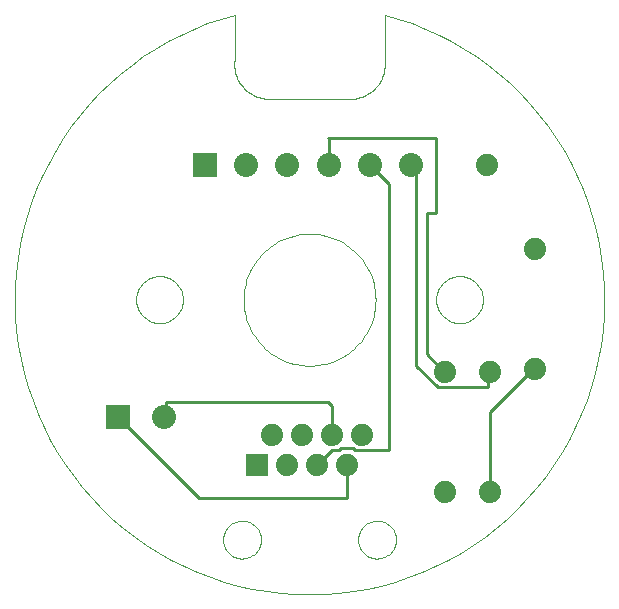
<source format=gtl>
G75*
G70*
%OFA0B0*%
%FSLAX24Y24*%
%IPPOS*%
%LPD*%
%AMOC8*
5,1,8,0,0,1.08239X$1,22.5*
%
%ADD10C,0.0010*%
%ADD11C,0.0000*%
%ADD12C,0.0740*%
%ADD13R,0.0740X0.0740*%
%ADD14R,0.0800X0.0800*%
%ADD15C,0.0800*%
%ADD16C,0.0100*%
D10*
X004154Y012400D02*
X004156Y012456D01*
X004162Y012511D01*
X004172Y012566D01*
X004186Y012620D01*
X004203Y012673D01*
X004224Y012724D01*
X004249Y012774D01*
X004278Y012822D01*
X004310Y012867D01*
X004345Y012911D01*
X004382Y012952D01*
X004423Y012989D01*
X004467Y013024D01*
X004512Y013056D01*
X004560Y013085D01*
X004610Y013110D01*
X004661Y013131D01*
X004714Y013148D01*
X004768Y013162D01*
X004823Y013172D01*
X004878Y013178D01*
X004934Y013180D01*
X004990Y013178D01*
X005045Y013172D01*
X005100Y013162D01*
X005154Y013148D01*
X005207Y013131D01*
X005258Y013110D01*
X005308Y013085D01*
X005356Y013056D01*
X005401Y013024D01*
X005445Y012989D01*
X005486Y012952D01*
X005523Y012911D01*
X005558Y012867D01*
X005590Y012822D01*
X005619Y012774D01*
X005644Y012724D01*
X005665Y012673D01*
X005682Y012620D01*
X005696Y012566D01*
X005706Y012511D01*
X005712Y012456D01*
X005714Y012400D01*
X005712Y012344D01*
X005706Y012289D01*
X005696Y012234D01*
X005682Y012180D01*
X005665Y012127D01*
X005644Y012076D01*
X005619Y012026D01*
X005590Y011978D01*
X005558Y011933D01*
X005523Y011889D01*
X005486Y011848D01*
X005445Y011811D01*
X005401Y011776D01*
X005356Y011744D01*
X005308Y011715D01*
X005258Y011690D01*
X005207Y011669D01*
X005154Y011652D01*
X005100Y011638D01*
X005045Y011628D01*
X004990Y011622D01*
X004934Y011620D01*
X004878Y011622D01*
X004823Y011628D01*
X004768Y011638D01*
X004714Y011652D01*
X004661Y011669D01*
X004610Y011690D01*
X004560Y011715D01*
X004512Y011744D01*
X004467Y011776D01*
X004423Y011811D01*
X004382Y011848D01*
X004345Y011889D01*
X004310Y011933D01*
X004278Y011978D01*
X004249Y012026D01*
X004224Y012076D01*
X004203Y012127D01*
X004186Y012180D01*
X004172Y012234D01*
X004162Y012289D01*
X004156Y012344D01*
X004154Y012400D01*
X007734Y012400D02*
X007737Y012508D01*
X007745Y012616D01*
X007758Y012723D01*
X007776Y012829D01*
X007800Y012935D01*
X007829Y013039D01*
X007863Y013141D01*
X007901Y013242D01*
X007945Y013341D01*
X007994Y013437D01*
X008047Y013531D01*
X008105Y013622D01*
X008167Y013711D01*
X008233Y013796D01*
X008304Y013877D01*
X008378Y013956D01*
X008457Y014030D01*
X008538Y014101D01*
X008623Y014167D01*
X008712Y014229D01*
X008803Y014287D01*
X008897Y014340D01*
X008993Y014389D01*
X009092Y014433D01*
X009193Y014471D01*
X009295Y014505D01*
X009399Y014534D01*
X009505Y014558D01*
X009611Y014576D01*
X009718Y014589D01*
X009826Y014597D01*
X009934Y014600D01*
X010042Y014597D01*
X010150Y014589D01*
X010257Y014576D01*
X010363Y014558D01*
X010469Y014534D01*
X010573Y014505D01*
X010675Y014471D01*
X010776Y014433D01*
X010875Y014389D01*
X010971Y014340D01*
X011065Y014287D01*
X011156Y014229D01*
X011245Y014167D01*
X011330Y014101D01*
X011411Y014030D01*
X011490Y013956D01*
X011564Y013877D01*
X011635Y013796D01*
X011701Y013711D01*
X011763Y013622D01*
X011821Y013531D01*
X011874Y013437D01*
X011923Y013341D01*
X011967Y013242D01*
X012005Y013141D01*
X012039Y013039D01*
X012068Y012935D01*
X012092Y012829D01*
X012110Y012723D01*
X012123Y012616D01*
X012131Y012508D01*
X012134Y012400D01*
X012131Y012292D01*
X012123Y012184D01*
X012110Y012077D01*
X012092Y011971D01*
X012068Y011865D01*
X012039Y011761D01*
X012005Y011659D01*
X011967Y011558D01*
X011923Y011459D01*
X011874Y011363D01*
X011821Y011269D01*
X011763Y011178D01*
X011701Y011089D01*
X011635Y011004D01*
X011564Y010923D01*
X011490Y010844D01*
X011411Y010770D01*
X011330Y010699D01*
X011245Y010633D01*
X011156Y010571D01*
X011065Y010513D01*
X010971Y010460D01*
X010875Y010411D01*
X010776Y010367D01*
X010675Y010329D01*
X010573Y010295D01*
X010469Y010266D01*
X010363Y010242D01*
X010257Y010224D01*
X010150Y010211D01*
X010042Y010203D01*
X009934Y010200D01*
X009826Y010203D01*
X009718Y010211D01*
X009611Y010224D01*
X009505Y010242D01*
X009399Y010266D01*
X009295Y010295D01*
X009193Y010329D01*
X009092Y010367D01*
X008993Y010411D01*
X008897Y010460D01*
X008803Y010513D01*
X008712Y010571D01*
X008623Y010633D01*
X008538Y010699D01*
X008457Y010770D01*
X008378Y010844D01*
X008304Y010923D01*
X008233Y011004D01*
X008167Y011089D01*
X008105Y011178D01*
X008047Y011269D01*
X007994Y011363D01*
X007945Y011459D01*
X007901Y011558D01*
X007863Y011659D01*
X007829Y011761D01*
X007800Y011865D01*
X007776Y011971D01*
X007758Y012077D01*
X007745Y012184D01*
X007737Y012292D01*
X007734Y012400D01*
X007434Y021900D02*
X006973Y021766D01*
X006519Y021610D01*
X006073Y021432D01*
X005636Y021233D01*
X005210Y021012D01*
X004794Y020771D01*
X004391Y020510D01*
X004002Y020229D01*
X003626Y019930D01*
X003266Y019613D01*
X002921Y019278D01*
X002594Y018928D01*
X002283Y018561D01*
X001991Y018180D01*
X001718Y017785D01*
X001465Y017377D01*
X001232Y016957D01*
X001020Y016526D01*
X000829Y016086D01*
X000659Y015637D01*
X000512Y015179D01*
X000388Y014716D01*
X000286Y014246D01*
X000207Y013773D01*
X000152Y013296D01*
X000120Y012817D01*
X000111Y012337D01*
X000126Y011857D01*
X000164Y011378D01*
X000226Y010902D01*
X000311Y010429D01*
X000419Y009961D01*
X000549Y009499D01*
X000702Y009044D01*
X000877Y008597D01*
X001074Y008159D01*
X001291Y007731D01*
X001530Y007314D01*
X001789Y006910D01*
X002067Y006518D01*
X002363Y006141D01*
X002678Y005778D01*
X003011Y005432D01*
X003359Y005102D01*
X003724Y004789D01*
X004103Y004495D01*
X004496Y004219D01*
X004903Y003963D01*
X005321Y003728D01*
X005750Y003513D01*
X006190Y003319D01*
X006638Y003147D01*
X007094Y002997D01*
X007557Y002869D01*
X008025Y002764D01*
X008499Y002682D01*
X008975Y002624D01*
X009454Y002589D01*
X009934Y002577D01*
X010414Y002589D01*
X010893Y002624D01*
X011369Y002682D01*
X011843Y002764D01*
X012311Y002869D01*
X012774Y002997D01*
X013230Y003147D01*
X013678Y003319D01*
X014118Y003513D01*
X014547Y003728D01*
X014965Y003963D01*
X015372Y004219D01*
X015765Y004495D01*
X016144Y004789D01*
X016509Y005102D01*
X016857Y005432D01*
X017190Y005778D01*
X017505Y006141D01*
X017801Y006518D01*
X018079Y006910D01*
X018338Y007314D01*
X018577Y007731D01*
X018794Y008159D01*
X018991Y008597D01*
X019166Y009044D01*
X019319Y009499D01*
X019449Y009961D01*
X019557Y010429D01*
X019642Y010902D01*
X019704Y011378D01*
X019742Y011857D01*
X019757Y012337D01*
X019748Y012817D01*
X019716Y013296D01*
X019661Y013773D01*
X019582Y014246D01*
X019480Y014716D01*
X019356Y015179D01*
X019209Y015637D01*
X019039Y016086D01*
X018848Y016526D01*
X018636Y016957D01*
X018403Y017377D01*
X018150Y017785D01*
X017877Y018180D01*
X017585Y018561D01*
X017274Y018928D01*
X016947Y019278D01*
X016602Y019613D01*
X016242Y019930D01*
X015866Y020229D01*
X015477Y020510D01*
X015074Y020771D01*
X014658Y021012D01*
X014232Y021233D01*
X013795Y021432D01*
X013349Y021610D01*
X012895Y021766D01*
X012434Y021900D01*
X012434Y020400D01*
X012441Y020335D01*
X012444Y020270D01*
X012443Y020205D01*
X012439Y020140D01*
X012431Y020076D01*
X012419Y020012D01*
X012404Y019948D01*
X012385Y019886D01*
X012363Y019825D01*
X012338Y019765D01*
X012309Y019707D01*
X012277Y019650D01*
X012242Y019595D01*
X012203Y019543D01*
X012162Y019492D01*
X012118Y019444D01*
X012072Y019399D01*
X012023Y019356D01*
X011972Y019316D01*
X011918Y019279D01*
X011863Y019245D01*
X011806Y019214D01*
X011747Y019186D01*
X011686Y019162D01*
X011625Y019141D01*
X011562Y019124D01*
X011498Y019110D01*
X011434Y019100D01*
X008434Y019100D01*
X008370Y019110D01*
X008306Y019124D01*
X008243Y019141D01*
X008182Y019162D01*
X008121Y019186D01*
X008062Y019214D01*
X008005Y019245D01*
X007950Y019279D01*
X007896Y019316D01*
X007845Y019356D01*
X007796Y019399D01*
X007750Y019444D01*
X007706Y019492D01*
X007665Y019543D01*
X007626Y019595D01*
X007591Y019650D01*
X007559Y019707D01*
X007530Y019765D01*
X007505Y019825D01*
X007483Y019886D01*
X007464Y019948D01*
X007449Y020012D01*
X007437Y020076D01*
X007429Y020140D01*
X007425Y020205D01*
X007424Y020270D01*
X007427Y020335D01*
X007434Y020400D01*
X007434Y021900D01*
X014154Y012400D02*
X014156Y012456D01*
X014162Y012511D01*
X014172Y012566D01*
X014186Y012620D01*
X014203Y012673D01*
X014224Y012724D01*
X014249Y012774D01*
X014278Y012822D01*
X014310Y012867D01*
X014345Y012911D01*
X014382Y012952D01*
X014423Y012989D01*
X014467Y013024D01*
X014512Y013056D01*
X014560Y013085D01*
X014610Y013110D01*
X014661Y013131D01*
X014714Y013148D01*
X014768Y013162D01*
X014823Y013172D01*
X014878Y013178D01*
X014934Y013180D01*
X014990Y013178D01*
X015045Y013172D01*
X015100Y013162D01*
X015154Y013148D01*
X015207Y013131D01*
X015258Y013110D01*
X015308Y013085D01*
X015356Y013056D01*
X015401Y013024D01*
X015445Y012989D01*
X015486Y012952D01*
X015523Y012911D01*
X015558Y012867D01*
X015590Y012822D01*
X015619Y012774D01*
X015644Y012724D01*
X015665Y012673D01*
X015682Y012620D01*
X015696Y012566D01*
X015706Y012511D01*
X015712Y012456D01*
X015714Y012400D01*
X015712Y012344D01*
X015706Y012289D01*
X015696Y012234D01*
X015682Y012180D01*
X015665Y012127D01*
X015644Y012076D01*
X015619Y012026D01*
X015590Y011978D01*
X015558Y011933D01*
X015523Y011889D01*
X015486Y011848D01*
X015445Y011811D01*
X015401Y011776D01*
X015356Y011744D01*
X015308Y011715D01*
X015258Y011690D01*
X015207Y011669D01*
X015154Y011652D01*
X015100Y011638D01*
X015045Y011628D01*
X014990Y011622D01*
X014934Y011620D01*
X014878Y011622D01*
X014823Y011628D01*
X014768Y011638D01*
X014714Y011652D01*
X014661Y011669D01*
X014610Y011690D01*
X014560Y011715D01*
X014512Y011744D01*
X014467Y011776D01*
X014423Y011811D01*
X014382Y011848D01*
X014345Y011889D01*
X014310Y011933D01*
X014278Y011978D01*
X014249Y012026D01*
X014224Y012076D01*
X014203Y012127D01*
X014186Y012180D01*
X014172Y012234D01*
X014162Y012289D01*
X014156Y012344D01*
X014154Y012400D01*
D11*
X011554Y004400D02*
X011556Y004450D01*
X011562Y004500D01*
X011572Y004549D01*
X011586Y004597D01*
X011603Y004644D01*
X011624Y004689D01*
X011649Y004733D01*
X011677Y004774D01*
X011709Y004813D01*
X011743Y004850D01*
X011780Y004884D01*
X011820Y004914D01*
X011862Y004941D01*
X011906Y004965D01*
X011952Y004986D01*
X011999Y005002D01*
X012047Y005015D01*
X012097Y005024D01*
X012146Y005029D01*
X012197Y005030D01*
X012247Y005027D01*
X012296Y005020D01*
X012345Y005009D01*
X012393Y004994D01*
X012439Y004976D01*
X012484Y004954D01*
X012527Y004928D01*
X012568Y004899D01*
X012607Y004867D01*
X012643Y004832D01*
X012675Y004794D01*
X012705Y004754D01*
X012732Y004711D01*
X012755Y004667D01*
X012774Y004621D01*
X012790Y004573D01*
X012802Y004524D01*
X012810Y004475D01*
X012814Y004425D01*
X012814Y004375D01*
X012810Y004325D01*
X012802Y004276D01*
X012790Y004227D01*
X012774Y004179D01*
X012755Y004133D01*
X012732Y004089D01*
X012705Y004046D01*
X012675Y004006D01*
X012643Y003968D01*
X012607Y003933D01*
X012568Y003901D01*
X012527Y003872D01*
X012484Y003846D01*
X012439Y003824D01*
X012393Y003806D01*
X012345Y003791D01*
X012296Y003780D01*
X012247Y003773D01*
X012197Y003770D01*
X012146Y003771D01*
X012097Y003776D01*
X012047Y003785D01*
X011999Y003798D01*
X011952Y003814D01*
X011906Y003835D01*
X011862Y003859D01*
X011820Y003886D01*
X011780Y003916D01*
X011743Y003950D01*
X011709Y003987D01*
X011677Y004026D01*
X011649Y004067D01*
X011624Y004111D01*
X011603Y004156D01*
X011586Y004203D01*
X011572Y004251D01*
X011562Y004300D01*
X011556Y004350D01*
X011554Y004400D01*
X007054Y004400D02*
X007056Y004450D01*
X007062Y004500D01*
X007072Y004549D01*
X007086Y004597D01*
X007103Y004644D01*
X007124Y004689D01*
X007149Y004733D01*
X007177Y004774D01*
X007209Y004813D01*
X007243Y004850D01*
X007280Y004884D01*
X007320Y004914D01*
X007362Y004941D01*
X007406Y004965D01*
X007452Y004986D01*
X007499Y005002D01*
X007547Y005015D01*
X007597Y005024D01*
X007646Y005029D01*
X007697Y005030D01*
X007747Y005027D01*
X007796Y005020D01*
X007845Y005009D01*
X007893Y004994D01*
X007939Y004976D01*
X007984Y004954D01*
X008027Y004928D01*
X008068Y004899D01*
X008107Y004867D01*
X008143Y004832D01*
X008175Y004794D01*
X008205Y004754D01*
X008232Y004711D01*
X008255Y004667D01*
X008274Y004621D01*
X008290Y004573D01*
X008302Y004524D01*
X008310Y004475D01*
X008314Y004425D01*
X008314Y004375D01*
X008310Y004325D01*
X008302Y004276D01*
X008290Y004227D01*
X008274Y004179D01*
X008255Y004133D01*
X008232Y004089D01*
X008205Y004046D01*
X008175Y004006D01*
X008143Y003968D01*
X008107Y003933D01*
X008068Y003901D01*
X008027Y003872D01*
X007984Y003846D01*
X007939Y003824D01*
X007893Y003806D01*
X007845Y003791D01*
X007796Y003780D01*
X007747Y003773D01*
X007697Y003770D01*
X007646Y003771D01*
X007597Y003776D01*
X007547Y003785D01*
X007499Y003798D01*
X007452Y003814D01*
X007406Y003835D01*
X007362Y003859D01*
X007320Y003886D01*
X007280Y003916D01*
X007243Y003950D01*
X007209Y003987D01*
X007177Y004026D01*
X007149Y004067D01*
X007124Y004111D01*
X007103Y004156D01*
X007086Y004203D01*
X007072Y004251D01*
X007062Y004300D01*
X007056Y004350D01*
X007054Y004400D01*
D12*
X009184Y006900D03*
X008684Y007900D03*
X009684Y007900D03*
X010184Y006900D03*
X010684Y007900D03*
X011184Y006900D03*
X011684Y007900D03*
X014434Y006000D03*
X015934Y006000D03*
X015934Y010000D03*
X017434Y010100D03*
X014434Y010000D03*
X017434Y014100D03*
X015834Y016900D03*
D13*
X008184Y006900D03*
D14*
X003564Y008500D03*
X006434Y016900D03*
D15*
X007812Y016900D03*
X009190Y016900D03*
X010568Y016900D03*
X011946Y016900D03*
X013324Y016900D03*
X005082Y008500D03*
D16*
X003564Y008500D02*
X006264Y005800D01*
X011184Y005800D01*
X011184Y006900D01*
X010914Y007380D02*
X010974Y007440D01*
X011394Y007440D01*
X011454Y007380D01*
X012594Y007380D01*
X012594Y016260D01*
X011994Y016860D01*
X011946Y016900D01*
X010614Y016920D02*
X010568Y016900D01*
X010568Y017766D01*
X010534Y017800D01*
X014134Y017800D01*
X014134Y015300D01*
X013834Y015300D01*
X013834Y010580D01*
X014394Y010020D01*
X014434Y010000D01*
X014214Y009480D02*
X015894Y009480D01*
X015894Y009960D01*
X015934Y010000D01*
X015954Y008640D02*
X015954Y006000D01*
X015934Y006000D01*
X015954Y008640D02*
X017394Y010080D01*
X017434Y010100D01*
X014214Y009480D02*
X013494Y010200D01*
X013494Y016740D01*
X013374Y016860D01*
X013324Y016900D01*
X010534Y009000D02*
X005134Y009000D01*
X005134Y008552D01*
X005082Y008500D01*
X010184Y006900D02*
X010194Y006900D01*
X010674Y007380D01*
X010914Y007380D01*
X010684Y007900D02*
X010684Y008850D01*
X010534Y009000D01*
M02*

</source>
